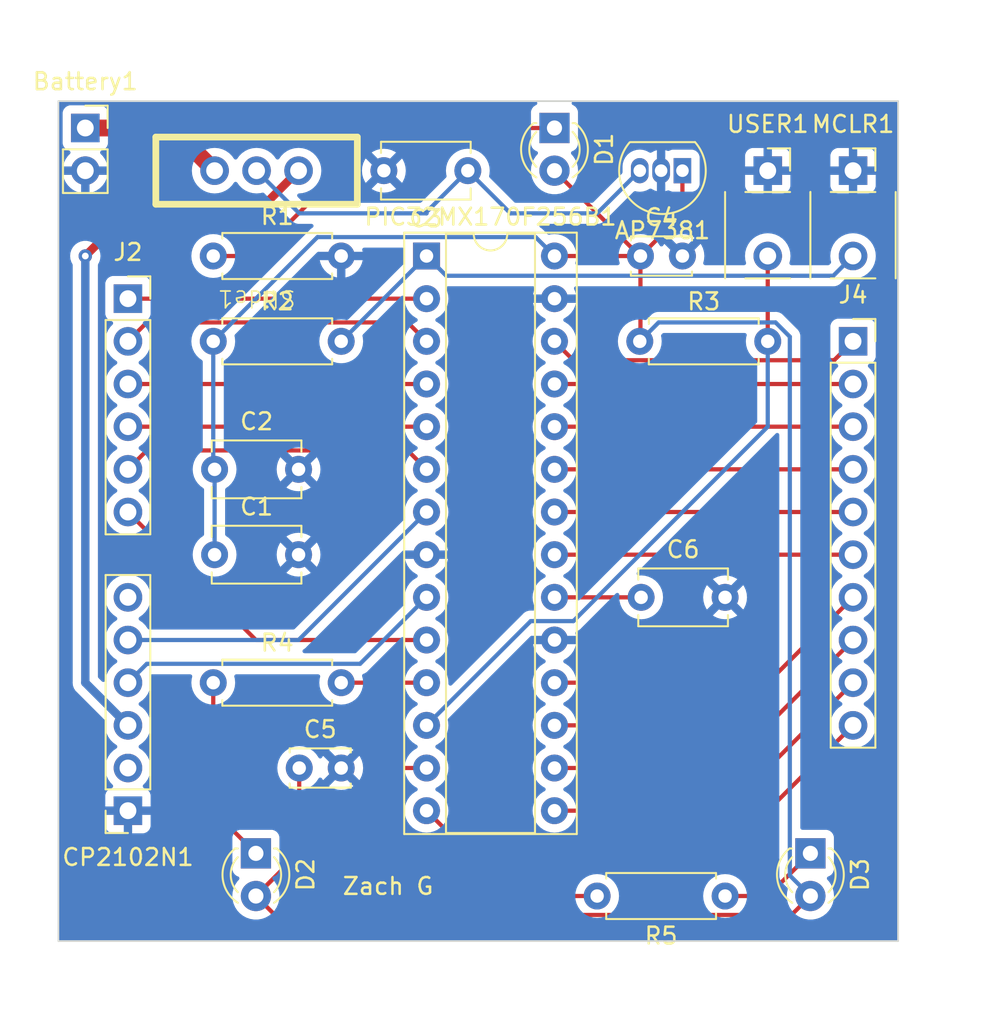
<source format=kicad_pcb>
(kicad_pcb (version 20221018) (generator pcbnew)
  (layers (0 "F.Cu" signal) (31 "B.Cu" signal) (34 "B.Paste" user) (35 "F.Paste" user) (36 "B.SilkS" user "B.Silkscreen") (37 "F.SilkS" user "F.Silkscreen") (38 "B.Mask" user) (39 "F.Mask" user) (44 "Edge.Cuts" user))
  (net 0 "")
  (net 1 "Net-(AP7381-VI)")
  (net 2 "+3.3V")
  (net 3 "GND")
  (net 4 "Net-(Battery1-Pin_1)")
  (net 5 "Net-(PIC32MX170F256B1-VCAP)")
  (net 7 "+5V")
  (net 8 "/U1RX")
  (net 9 "/U1TX")
  (net 11 "Net-(D1-K)")
  (net 12 "Net-(D2-K)")
  (net 13 "Net-(D3-K)")
  (net 14 "/A0")
  (net 15 "/A1")
  (net 16 "/B0")
  (net 17 "/B1")
  (net 18 "/B2")
  (net 19 "/A3")
  (net 20 "/B15")
  (net 21 "/B14")
  (net 22 "/B13")
  (net 23 "/B12")
  (net 24 "/B11")
  (net 25 "/B10")
  (net 26 "/B9")
  (net 27 "/B8")
  (net 28 "/B7")
  (net 29 "/B6")
  (net 30 "/MCLR")
  (net 31 "/Green")
  (net 32 "/USER")
  (net 33 "/Yellow")
  (footprint "Resistor_THT:R_Axial_DIN0207_L6.3mm_D2.5mm_P7.62mm_Horizontal" (layer "F.Cu") (at 109.22 134.62)
    (fp_text reference "R4" (at 3.81 -2.37) (layer "F.SilkS"))
    (fp_text value "330")
    (fp_line (start 0.54 -1.37) (end 7.08 -1.37) (stroke (width 0.12)) (layer "F.SilkS"))
    (fp_line (start 0.54 -1.04) (end 0.54 -1.37) (stroke (width 0.12)) (layer "F.SilkS"))
    (fp_line (start 0.54 1.04) (end 0.54 1.37) (stroke (width 0.12)) (layer "F.SilkS"))
    (fp_line (start 0.54 1.37) (end 7.08 1.37) (stroke (width 0.12)) (layer "F.SilkS"))
    (fp_line (start 7.08 -1.37) (end 7.08 -1.04) (stroke (width 0.12)) (layer "F.SilkS"))
    (fp_line (start 7.08 1.37) (end 7.08 1.04) (stroke (width 0.12)) (layer "F.SilkS"))
    (pad "1" thru_hole circle (at 0 0) (size 1.6 1.6) (drill 0.8) (layers "*.Cu" "*.Mask") (net 12 "Net-(D2-K)"))
    (pad "2" thru_hole oval (at 7.62 0) (size 1.6 1.6) (drill 0.8) (layers "*.Cu" "*.Mask") (net 31 "/Green"))
  )
  (footprint "Resistor_THT:R_Axial_DIN0207_L6.3mm_D2.5mm_P7.62mm_Horizontal" (layer "F.Cu") (at 139.7 147.32 180)
    (fp_text reference "R5" (at 3.81 -2.37) (layer "F.SilkS"))
    (fp_text value "330")
    (fp_line (start 0.54 -1.37) (end 7.08 -1.37) (stroke (width 0.12)) (layer "F.SilkS"))
    (fp_line (start 0.54 -1.04) (end 0.54 -1.37) (stroke (width 0.12)) (layer "F.SilkS"))
    (fp_line (start 0.54 1.04) (end 0.54 1.37) (stroke (width 0.12)) (layer "F.SilkS"))
    (fp_line (start 0.54 1.37) (end 7.08 1.37) (stroke (width 0.12)) (layer "F.SilkS"))
    (fp_line (start 7.08 -1.37) (end 7.08 -1.04) (stroke (width 0.12)) (layer "F.SilkS"))
    (fp_line (start 7.08 1.37) (end 7.08 1.04) (stroke (width 0.12)) (layer "F.SilkS"))
    (pad "1" thru_hole circle (at 0 0 180) (size 1.6 1.6) (drill 0.8) (layers "*.Cu" "*.Mask") (net 13 "Net-(D3-K)"))
    (pad "2" thru_hole oval (at 7.62 0 180) (size 1.6 1.6) (drill 0.8) (layers "*.Cu" "*.Mask") (net 33 "/Yellow"))
  )
  (footprint "Capacitor_THT:C_Disc_D5.1mm_W3.2mm_P5.00mm" (layer "F.Cu") (at 109.3 121.92)
    (fp_text reference "C2" (at 2.5 -2.85) (layer "F.SilkS"))
    (fp_text value "C")
    (fp_line (start -0.17 -1.721) (end -0.17 -1.055) (stroke (width 0.12)) (layer "F.SilkS"))
    (fp_line (start -0.17 -1.721) (end 5.17 -1.721) (stroke (width 0.12)) (layer "F.SilkS"))
    (fp_line (start -0.17 1.055) (end -0.17 1.721) (stroke (width 0.12)) (layer "F.SilkS"))
    (fp_line (start -0.17 1.721) (end 5.17 1.721) (stroke (width 0.12)) (layer "F.SilkS"))
    (fp_line (start 5.17 -1.721) (end 5.17 -1.055) (stroke (width 0.12)) (layer "F.SilkS"))
    (fp_line (start 5.17 1.055) (end 5.17 1.721) (stroke (width 0.12)) (layer "F.SilkS"))
    (pad "1" thru_hole circle (at 0 0) (size 1.6 1.6) (drill 0.8) (layers "*.Cu" "*.Mask") (net 2 "+3.3V"))
    (pad "2" thru_hole circle (at 5 0) (size 1.6 1.6) (drill 0.8) (layers "*.Cu" "*.Mask") (net 3 "GND"))
  )
  (footprint "Connector_PinSocket_2.54mm:PinSocket_1x10_P2.54mm_Vertical" (layer "F.Cu") (at 147.32 114.3)
    (fp_text reference "J4" (at 0 -2.77) (layer "F.SilkS"))
    (fp_text value "RIGHT")
    (fp_line (start -1.33 1.27) (end -1.33 24.19) (stroke (width 0.12)) (layer "F.SilkS"))
    (fp_line (start -1.33 1.27) (end 1.33 1.27) (stroke (width 0.12)) (layer "F.SilkS"))
    (fp_line (start -1.33 24.19) (end 1.33 24.19) (stroke (width 0.12)) (layer "F.SilkS"))
    (fp_line (start 0 -1.33) (end 1.33 -1.33) (stroke (width 0.12)) (layer "F.SilkS"))
    (fp_line (start 1.33 -1.33) (end 1.33 0) (stroke (width 0.12)) (layer "F.SilkS"))
    (fp_line (start 1.33 1.27) (end 1.33 24.19) (stroke (width 0.12)) (layer "F.SilkS"))
    (pad "1" thru_hole rect (at 0 0) (size 1.7 1.7) (drill 1) (layers "*.Cu" "*.Mask") (net 20 "/B15"))
    (pad "2" thru_hole oval (at 0 2.54) (size 1.7 1.7) (drill 1) (layers "*.Cu" "*.Mask") (net 21 "/B14"))
    (pad "3" thru_hole oval (at 0 5.08) (size 1.7 1.7) (drill 1) (layers "*.Cu" "*.Mask") (net 22 "/B13"))
    (pad "4" thru_hole oval (at 0 7.62) (size 1.7 1.7) (drill 1) (layers "*.Cu" "*.Mask") (net 23 "/B12"))
    (pad "5" thru_hole oval (at 0 10.16) (size 1.7 1.7) (drill 1) (layers "*.Cu" "*.Mask") (net 24 "/B11"))
    (pad "6" thru_hole oval (at 0 12.7) (size 1.7 1.7) (drill 1) (layers "*.Cu" "*.Mask") (net 25 "/B10"))
    (pad "7" thru_hole oval (at 0 15.24) (size 1.7 1.7) (drill 1) (layers "*.Cu" "*.Mask") (net 26 "/B9"))
    (pad "8" thru_hole oval (at 0 17.78) (size 1.7 1.7) (drill 1) (layers "*.Cu" "*.Mask") (net 27 "/B8"))
    (pad "9" thru_hole oval (at 0 20.32) (size 1.7 1.7) (drill 1) (layers "*.Cu" "*.Mask") (net 28 "/B7"))
    (pad "10" thru_hole oval (at 0 22.86) (size 1.7 1.7) (drill 1) (layers "*.Cu" "*.Mask") (net 29 "/B6"))
  )
  (footprint "HW4_PCB:pb" (layer "F.Cu") (at 147.32 104.14)
    (fp_text reference "MCLR1" (at 0 -2.77) (layer "F.SilkS"))
    (fp_text value "~")
    (fp_line (start -2.54 1.27) (end -2.54 6.41) (stroke (width 0.12)) (layer "F.SilkS"))
    (fp_line (start -1.33 1.27) (end 1.33 1.27) (stroke (width 0.12)) (layer "F.SilkS"))
    (fp_line (start -1.33 6.41) (end 1.33 6.41) (stroke (width 0.12)) (layer "F.SilkS"))
    (fp_line (start 0 -1.33) (end 1.33 -1.33) (stroke (width 0.12)) (layer "F.SilkS"))
    (fp_line (start 1.33 -1.33) (end 1.33 0) (stroke (width 0.12)) (layer "F.SilkS"))
    (fp_line (start 2.54 1.27) (end 2.54 6.41) (stroke (width 0.12)) (layer "F.SilkS"))
    (pad "1" thru_hole rect (at 0 0) (size 1.7 1.7) (drill 1) (layers "*.Cu" "*.Mask") (net 3 "GND"))
    (pad "2" thru_hole oval (at 0 5.08) (size 1.7 1.7) (drill 1) (layers "*.Cu" "*.Mask") (net 30 "/MCLR"))
  )
  (footprint "Resistor_THT:R_Axial_DIN0207_L6.3mm_D2.5mm_P7.62mm_Horizontal" (layer "F.Cu") (at 134.62 114.3)
    (fp_text reference "R3" (at 3.81 -2.37) (layer "F.SilkS"))
    (fp_text value "10k")
    (fp_line (start 0.54 -1.37) (end 7.08 -1.37) (stroke (width 0.12)) (layer "F.SilkS"))
    (fp_line (start 0.54 -1.04) (end 0.54 -1.37) (stroke (width 0.12)) (layer "F.SilkS"))
    (fp_line (start 0.54 1.04) (end 0.54 1.37) (stroke (width 0.12)) (layer "F.SilkS"))
    (fp_line (start 0.54 1.37) (end 7.08 1.37) (stroke (width 0.12)) (layer "F.SilkS"))
    (fp_line (start 7.08 -1.37) (end 7.08 -1.04) (stroke (width 0.12)) (layer "F.SilkS"))
    (fp_line (start 7.08 1.37) (end 7.08 1.04) (stroke (width 0.12)) (layer "F.SilkS"))
    (pad "1" thru_hole circle (at 0 0) (size 1.6 1.6) (drill 0.8) (layers "*.Cu" "*.Mask") (net 2 "+3.3V"))
    (pad "2" thru_hole oval (at 7.62 0) (size 1.6 1.6) (drill 0.8) (layers "*.Cu" "*.Mask") (net 32 "/USER"))
  )
  (footprint "Capacitor_THT:C_Disc_D3.4mm_W2.1mm_P2.50mm" (layer "F.Cu") (at 134.66 109.22)
    (fp_text reference "C4" (at 1.25 -2.3) (layer "F.SilkS"))
    (fp_text value "0.1uF")
    (fp_line (start -0.57 -1.17) (end -0.57 -0.925) (stroke (width 0.12)) (layer "F.SilkS"))
    (fp_line (start -0.57 -1.17) (end 3.07 -1.17) (stroke (width 0.12)) (layer "F.SilkS"))
    (fp_line (start -0.57 0.925) (end -0.57 1.17) (stroke (width 0.12)) (layer "F.SilkS"))
    (fp_line (start -0.57 1.17) (end 3.07 1.17) (stroke (width 0.12)) (layer "F.SilkS"))
    (fp_line (start 3.07 -1.17) (end 3.07 -0.925) (stroke (width 0.12)) (layer "F.SilkS"))
    (fp_line (start 3.07 0.925) (end 3.07 1.17) (stroke (width 0.12)) (layer "F.SilkS"))
    (pad "1" thru_hole circle (at 0 0) (size 1.6 1.6) (drill 0.8) (layers "*.Cu" "*.Mask") (net 2 "+3.3V"))
    (pad "2" thru_hole circle (at 2.5 0) (size 1.6 1.6) (drill 0.8) (layers "*.Cu" "*.Mask") (net 3 "GND"))
  )
  (footprint "LED_THT:LED_D3.0mm" (layer "F.Cu") (at 111.76 144.78 -90)
    (fp_text reference "D2" (at 1.27 -2.96 90) (layer "F.SilkS"))
    (fp_text value "GREEN")
    (fp_line (start -0.29 -1.236) (end -0.29 -1.08) (stroke (width 0.12)) (layer "F.SilkS"))
    (fp_line (start -0.29 1.08) (end -0.29 1.236) (stroke (width 0.12)) (layer "F.SilkS"))
    (fp_arc (start -0.29 -1.235516) (mid 1.366487 -1.987659) (end 2.942335 -1.078608) (stroke (width 0.12)) (layer "F.SilkS"))
    (fp_arc (start 0.229039 -1.08) (mid 1.270117 -1.5) (end 2.31113 -1.079837) (stroke (width 0.12)) (layer "F.SilkS"))
    (fp_arc (start 2.31113 1.079837) (mid 1.270117 1.5) (end 0.229039 1.08) (stroke (width 0.12)) (layer "F.SilkS"))
    (fp_arc (start 2.942335 1.078608) (mid 1.366487 1.987659) (end -0.29 1.235516) (stroke (width 0.12)) (layer "F.SilkS"))
    (pad "1" thru_hole rect (at 0 0 270) (size 1.8 1.8) (drill 0.9) (layers "*.Cu" "*.Mask") (net 12 "Net-(D2-K)"))
    (pad "2" thru_hole circle (at 2.54 0 270) (size 1.8 1.8) (drill 0.9) (layers "*.Cu" "*.Mask") (net 2 "+3.3V"))
  )
  (footprint "Capacitor_THT:C_Disc_D5.1mm_W3.2mm_P5.00mm" (layer "F.Cu") (at 134.7 129.54)
    (fp_text reference "C6" (at 2.5 -2.85) (layer "F.SilkS"))
    (fp_text value "1uF")
    (fp_line (start -0.17 -1.721) (end -0.17 -1.055) (stroke (width 0.12)) (layer "F.SilkS"))
    (fp_line (start -0.17 -1.721) (end 5.17 -1.721) (stroke (width 0.12)) (layer "F.SilkS"))
    (fp_line (start -0.17 1.055) (end -0.17 1.721) (stroke (width 0.12)) (layer "F.SilkS"))
    (fp_line (start -0.17 1.721) (end 5.17 1.721) (stroke (width 0.12)) (layer "F.SilkS"))
    (fp_line (start 5.17 -1.721) (end 5.17 -1.055) (stroke (width 0.12)) (layer "F.SilkS"))
    (fp_line (start 5.17 1.055) (end 5.17 1.721) (stroke (width 0.12)) (layer "F.SilkS"))
    (pad "1" thru_hole circle (at 0 0) (size 1.6 1.6) (drill 0.8) (layers "*.Cu" "*.Mask") (net 5 "Net-(PIC32MX170F256B1-VCAP)"))
    (pad "2" thru_hole circle (at 5 0) (size 1.6 1.6) (drill 0.8) (layers "*.Cu" "*.Mask") (net 3 "GND"))
  )
  (footprint "Package_DIP:DIP-28_W7.62mm_Socket" (layer "F.Cu") (at 121.92 109.22)
    (fp_text reference "PIC32MX170F256B1" (at 3.81 -2.33) (layer "F.SilkS"))
    (fp_text value "~")
    (fp_line (start -1.33 -1.39) (end -1.33 34.41) (stroke (width 0.12)) (layer "F.SilkS"))
    (fp_line (start -1.33 34.41) (end 8.95 34.41) (stroke (width 0.12)) (layer "F.SilkS"))
    (fp_line (start 1.16 -1.33) (end 1.16 34.35) (stroke (width 0.12)) (layer "F.SilkS"))
    (fp_line (start 1.16 34.35) (end 6.46 34.35) (stroke (width 0.12)) (layer "F.SilkS"))
    (fp_line (start 2.81 -1.33) (end 1.16 -1.33) (stroke (width 0.12)) (layer "F.SilkS"))
    (fp_line (start 6.46 -1.33) (end 4.81 -1.33) (stroke (width 0.12)) (layer "F.SilkS"))
    (fp_line (start 6.46 34.35) (end 6.46 -1.33) (stroke (width 0.12)) (layer "F.SilkS"))
    (fp_line (start 8.95 -1.39) (end -1.33 -1.39) (stroke (width 0.12)) (layer "F.SilkS"))
    (fp_line (start 8.95 34.41) (end 8.95 -1.39) (stroke (width 0.12)) (layer "F.SilkS"))
    (fp_arc (start 4.81 -1.33) (mid 3.81 -0.33) (end 2.81 -1.33) (stroke (width 0.12)) (layer "F.SilkS"))
    (pad "1" thru_hole rect (at 0 0) (size 1.6 1.6) (drill 0.8) (layers "*.Cu" "*.Mask") (net 30 "/MCLR"))
    (pad "2" thru_hole oval (at 0 2.54) (size 1.6 1.6) (drill 0.8) (layers "*.Cu" "*.Mask") (net 14 "/A0"))
    (pad "3" thru_hole oval (at 0 5.08) (size 1.6 1.6) (drill 0.8) (layers "*.Cu" "*.Mask") (net 15 "/A1"))
    (pad "4" thru_hole oval (at 0 7.62) (size 1.6 1.6) (drill 0.8) (layers "*.Cu" "*.Mask") (net 16 "/B0"))
    (pad "5" thru_hole oval (at 0 10.16) (size 1.6 1.6) (drill 0.8) (layers "*.Cu" "*.Mask") (net 17 "/B1"))
    (pad "6" thru_hole oval (at 0 12.7) (size 1.6 1.6) (drill 0.8) (layers "*.Cu" "*.Mask") (net 18 "/B2"))
    (pad "7" thru_hole oval (at 0 15.24) (size 1.6 1.6) (drill 0.8) (layers "*.Cu" "*.Mask") (net 9 "/U1TX"))
    (pad "8" thru_hole oval (at 0 17.78) (size 1.6 1.6) (drill 0.8) (layers "*.Cu" "*.Mask") (net 3 "GND"))
    (pad "9" thru_hole oval (at 0 20.32) (size 1.6 1.6) (drill 0.8) (layers "*.Cu" "*.Mask") (net 8 "/U1RX"))
    (pad "10" thru_hole oval (at 0 22.86) (size 1.6 1.6) (drill 0.8) (layers "*.Cu" "*.Mask") (net 19 "/A3"))
    (pad "11" thru_hole oval (at 0 25.4) (size 1.6 1.6) (drill 0.8) (layers "*.Cu" "*.Mask") (net 31 "/Green"))
    (pad "12" thru_hole oval (at 0 27.94) (size 1.6 1.6) (drill 0.8) (layers "*.Cu" "*.Mask") (net 32 "/USER"))
    (pad "13" thru_hole oval (at 0 30.48) (size 1.6 1.6) (drill 0.8) (layers "*.Cu" "*.Mask") (net 2 "+3.3V"))
    (pad "14" thru_hole oval (at 0 33.02) (size 1.6 1.6) (drill 0.8) (layers "*.Cu" "*.Mask") (net 33 "/Yellow"))
    (pad "15" thru_hole oval (at 7.62 33.02) (size 1.6 1.6) (drill 0.8) (layers "*.Cu" "*.Mask") (net 29 "/B6"))
    (pad "16" thru_hole oval (at 7.62 30.48) (size 1.6 1.6) (drill 0.8) (layers "*.Cu" "*.Mask") (net 28 "/B7"))
    (pad "17" thru_hole oval (at 7.62 27.94) (size 1.6 1.6) (drill 0.8) (layers "*.Cu" "*.Mask") (net 27 "/B8"))
    (pad "18" thru_hole oval (at 7.62 25.4) (size 1.6 1.6) (drill 0.8) (layers "*.Cu" "*.Mask") (net 26 "/B9"))
    (pad "19" thru_hole oval (at 7.62 22.86) (size 1.6 1.6) (drill 0.8) (layers "*.Cu" "*.Mask") (net 3 "GND"))
    (pad "20" thru_hole oval (at 7.62 20.32) (size 1.6 1.6) (drill 0.8) (layers "*.Cu" "*.Mask") (net 5 "Net-(PIC32MX170F256B1-VCAP)"))
    (pad "21" thru_hole oval (at 7.62 17.78) (size 1.6 1.6) (drill 0.8) (layers "*.Cu" "*.Mask") (net 25 "/B10"))
    (pad "22" thru_hole oval (at 7.62 15.24) (size 1.6 1.6) (drill 0.8) (layers "*.Cu" "*.Mask") (net 24 "/B11"))
    (pad "23" thru_hole oval (at 7.62 12.7) (size 1.6 1.6) (drill 0.8) (layers "*.Cu" "*.Mask") (net 23 "/B12"))
    (pad "24" thru_hole oval (at 7.62 10.16) (size 1.6 1.6) (drill 0.8) (layers "*.Cu" "*.Mask") (net 22 "/B13"))
    (pad "25" thru_hole oval (at 7.62 7.62) (size 1.6 1.6) (drill 0.8) (layers "*.Cu" "*.Mask") (net 21 "/B14"))
    (pad "26" thru_hole oval (at 7.62 5.08) (size 1.6 1.6) (drill 0.8) (layers "*.Cu" "*.Mask") (net 20 "/B15"))
    (pad "27" thru_hole oval (at 7.62 2.54) (size 1.6 1.6) (drill 0.8) (layers "*.Cu" "*.Mask") (net 3 "GND"))
    (pad "28" thru_hole oval (at 7.62 0) (size 1.6 1.6) (drill 0.8) (layers "*.Cu" "*.Mask") (net 2 "+3.3V"))
  )
  (footprint "Resistor_THT:R_Axial_DIN0207_L6.3mm_D2.5mm_P7.62mm_Horizontal" (layer "F.Cu") (at 109.22 109.22)
    (fp_text reference "R1" (at 3.81 -2.37) (layer "F.SilkS"))
    (fp_text value "330")
    (fp_line (start 0.54 -1.37) (end 7.08 -1.37) (stroke (width 0.12)) (layer "F.SilkS"))
    (fp_line (start 0.54 -1.04) (end 0.54 -1.37) (stroke (width 0.12)) (layer "F.SilkS"))
    (fp_line (start 0.54 1.04) (end 0.54 1.37) (stroke (width 0.12)) (layer "F.SilkS"))
    (fp_line (start 0.54 1.37) (end 7.08 1.37) (stroke (width 0.12)) (layer "F.SilkS"))
    (fp_line (start 7.08 -1.37) (end 7.08 -1.04) (stroke (width 0.12)) (layer "F.SilkS"))
    (fp_line (start 7.08 1.37) (end 7.08 1.04) (stroke (width 0.12)) (layer "F.SilkS"))
    (pad "1" thru_hole circle (at 0 0) (size 1.6 1.6) (drill 0.8) (layers "*.Cu" "*.Mask") (net 11 "Net-(D1-K)"))
    (pad "2" thru_hole oval (at 7.62 0) (size 1.6 1.6) (drill 0.8) (layers "*.Cu" "*.Mask") (net 3 "GND"))
  )
  (footprint "Connector_PinSocket_2.54mm:PinSocket_1x06_P2.54mm_Vertical" (layer "F.Cu") (at 104.14 142.24 180)
    (fp_text reference "CP2102N1" (at 0 -2.77) (layer "F.SilkS"))
    (fp_text value "~")
    (fp_line (start -1.33 1.27) (end -1.33 14.03) (stroke (width 0.12)) (layer "F.SilkS"))
    (fp_line (start -1.33 1.27) (end 1.33 1.27) (stroke (width 0.12)) (layer "F.SilkS"))
    (fp_line (start -1.33 14.03) (end 1.33 14.03) (stroke (width 0.12)) (layer "F.SilkS"))
    (fp_line (start 0 -1.33) (end 1.33 -1.33) (stroke (width 0.12)) (layer "F.SilkS"))
    (fp_line (start 1.33 -1.33) (end 1.33 0) (stroke (width 0.12)) (layer "F.SilkS"))
    (fp_line (start 1.33 1.27) (end 1.33 14.03) (stroke (width 0.12)) (layer "F.SilkS"))
    (pad "1" thru_hole rect (at 0 0 180) (size 1.7 1.7) (drill 1) (layers "*.Cu" "*.Mask") (net 3 "GND"))
    (pad "2" thru_hole oval (at 0 2.54 180) (size 1.7 1.7) (drill 1) (layers "*.Cu" "*.Mask"))
    (pad "3" thru_hole oval (at 0 5.08 180) (size 1.7 1.7) (drill 1) (layers "*.Cu" "*.Mask") (net 7 "+5V"))
    (pad "4" thru_hole oval (at 0 7.62 180) (size 1.7 1.7) (drill 1) (layers "*.Cu" "*.Mask") (net 8 "/U1RX"))
    (pad "5" thru_hole oval (at 0 10.16 180) (size 1.7 1.7) (drill 1) (layers "*.Cu" "*.Mask") (net 9 "/U1TX"))
    (pad "6" thru_hole oval (at 0 12.7 180) (size 1.7 1.7) (drill 1) (layers "*.Cu" "*.Mask"))
  )
  (footprint "Connector_PinSocket_2.54mm:PinSocket_1x06_P2.54mm_Vertical" (layer "F.Cu") (at 104.14 111.76)
    (fp_text reference "J2" (at 0 -2.77) (layer "F.SilkS"))
    (fp_text value "LEFT")
    (fp_line (start -1.33 1.27) (end -1.33 14.03) (stroke (width 0.12)) (layer "F.SilkS"))
    (fp_line (start -1.33 1.27) (end 1.33 1.27) (stroke (width 0.12)) (layer "F.SilkS"))
    (fp_line (start -1.33 14.03) (end 1.33 14.03) (stroke (width 0.12)) (layer "F.SilkS"))
    (fp_line (start 0 -1.33) (end 1.33 -1.33) (stroke (width 0.12)) (layer "F.SilkS"))
    (fp_line (start 1.33 -1.33) (end 1.33 0) (stroke (width 0.12)) (layer "F.SilkS"))
    (fp_line (start 1.33 1.27) (end 1.33 14.03) (stroke (width 0.12)) (layer "F.SilkS"))
    (pad "1" thru_hole rect (at 0 0) (size 1.7 1.7) (drill 1) (layers "*.Cu" "*.Mask") (net 14 "/A0"))
    (pad "2" thru_hole oval (at 0 2.54) (size 1.7 1.7) (drill 1) (layers "*.Cu" "*.Mask") (net 15 "/A1"))
    (pad "3" thru_hole oval (at 0 5.08) (size 1.7 1.7) (drill 1) (layers "*.Cu" "*.Mask") (net 16 "/B0"))
    (pad "4" thru_hole oval (at 0 7.62) (size 1.7 1.7) (drill 1) (layers "*.Cu" "*.Mask") (net 17 "/B1"))
    (pad "5" thru_hole oval (at 0 10.16) (size 1.7 1.7) (drill 1) (layers "*.Cu" "*.Mask") (net 18 "/B2"))
    (pad "6" thru_hole oval (at 0 12.7) (size 1.7 1.7) (drill 1) (layers "*.Cu" "*.Mask") (net 19 "/A3"))
  )
  (footprint "Resistor_THT:R_Axial_DIN0207_L6.3mm_D2.5mm_P7.62mm_Horizontal" (layer "F.Cu") (at 109.22 114.3)
    (fp_text reference "R2" (at 3.81 -2.37) (layer "F.SilkS"))
    (fp_text value "10k")
    (fp_line (start 0.54 -1.37) (end 7.08 -1.37) (stroke (width 0.12)) (layer "F.SilkS"))
    (fp_line (start 0.54 -1.04) (end 0.54 -1.37) (stroke (width 0.12)) (layer "F.SilkS"))
    (fp_line (start 0.54 1.04) (end 0.54 1.37) (stroke (width 0.12)) (layer "F.SilkS"))
    (fp_line (start 0.54 1.37) (end 7.08 1.37) (stroke (width 0.12)) (layer "F.SilkS"))
    (fp_line (start 7.08 -1.37) (end 7.08 -1.04) (stroke (width 0.12)) (layer "F.SilkS"))
    (fp_line (start 7.08 1.37) (end 7.08 1.04) (stroke (width 0.12)) (layer "F.SilkS"))
    (pad "1" thru_hole circle (at 0 0) (size 1.6 1.6) (drill 0.8) (layers "*.Cu" "*.Mask") (net 2 "+3.3V"))
    (pad "2" thru_hole oval (at 7.62 0) (size 1.6 1.6) (drill 0.8) (layers "*.Cu" "*.Mask") (net 30 "/MCLR"))
  )
  (footprint "Capacitor_THT:C_Disc_D3.4mm_W2.1mm_P2.50mm" (layer "F.Cu") (at 114.34 139.7)
    (fp_text reference "C5" (at 1.25 -2.3) (layer "F.SilkS"))
    (fp_text value "0.1uF")
    (fp_line (start -0.57 -1.17) (end -0.57 -0.925) (stroke (width 0.12)) (layer "F.SilkS"))
    (fp_line (start -0.57 -1.17) (end 3.07 -1.17) (stroke (width 0.12)) (layer "F.SilkS"))
    (fp_line (start -0.57 0.925) (end -0.57 1.17) (stroke (width 0.12)) (layer "F.SilkS"))
    (fp_line (start -0.57 1.17) (end 3.07 1.17) (stroke (width 0.12)) (layer "F.SilkS"))
    (fp_line (start 3.07 -1.17) (end 3.07 -0.925) (stroke (width 0.12)) (layer "F.SilkS"))
    (fp_line (start 3.07 0.925) (end 3.07 1.17) (stroke (width 0.12)) (layer "F.SilkS"))
    (pad "1" thru_hole circle (at 0 0) (size 1.6 1.6) (drill 0.8) (layers "*.Cu" "*.Mask") (net 2 "+3.3V"))
    (pad "2" thru_hole circle (at 2.5 0) (size 1.6 1.6) (drill 0.8) (layers "*.Cu" "*.Mask") (net 3 "GND"))
  )
  (footprint "Capacitor_THT:C_Disc_D5.1mm_W3.2mm_P5.00mm" (layer "F.Cu") (at 109.3 127)
    (fp_text reference "C1" (at 2.5 -2.85) (layer "F.SilkS"))
    (fp_text value "C")
    (fp_line (start -0.17 -1.721) (end -0.17 -1.055) (stroke (width 0.12)) (layer "F.SilkS"))
    (fp_line (start -0.17 -1.721) (end 5.17 -1.721) (stroke (width 0.12)) (layer "F.SilkS"))
    (fp_line (start -0.17 1.055) (end -0.17 1.721) (stroke (width 0.12)) (layer "F.SilkS"))
    (fp_line (start -0.17 1.721) (end 5.17 1.721) (stroke (width 0.12)) (layer "F.SilkS"))
    (fp_line (start 5.17 -1.721) (end 5.17 -1.055) (stroke (width 0.12)) (layer "F.SilkS"))
    (fp_line (start 5.17 1.055) (end 5.17 1.721) (stroke (width 0.12)) (layer "F.SilkS"))
    (pad "1" thru_hole circle (at 0 0) (size 1.6 1.6) (drill 0.8) (layers "*.Cu" "*.Mask") (net 2 "+3.3V"))
    (pad "2" thru_hole circle (at 5 0) (size 1.6 1.6) (drill 0.8) (layers "*.Cu" "*.Mask") (net 3 "GND"))
  )
  (footprint "HW4_PCB:slidesw2" (layer "F.Cu") (at 111.8 104.14 180)
    (fp_text reference "Slide1" (at 0 -7.62 180 unlocked) (layer "F.SilkS") (effects (font (thickness 0.1))))
    (fp_text value "~")
    (fp_line (start -6 -2) (end -6 2) (stroke (width 0.4)) (layer "F.SilkS"))
    (fp_line (start -6 2) (end 6 2) (stroke (width 0.4)) (layer "F.SilkS"))
    (fp_line (start 6 -2) (end -6 -2) (stroke (width 0.4)) (layer "F.SilkS"))
    (fp_line (start 6 2) (end 6 -2) (stroke (width 0.4)) (layer "F.SilkS"))
    (pad "1" thru_hole circle (at -2.5 0 180) (size 1.7 1.7) (drill 1) (layers "*.Cu" "*.Mask") (net 7 "+5V"))
    (pad "2" thru_hole circle (at 0 0 180) (size 1.7 1.7) (drill 1) (layers "*.Cu" "*.Mask") (net 1 "Net-(AP7381-VI)"))
    (pad "3" thru_hole circle (at 2.5 0 180) (size 1.7 1.7) (drill 1) (layers "*.Cu" "*.Mask") (net 4 "Net-(Battery1-Pin_1)"))
  )
  (footprint "Package_TO_SOT_THT:TO-92L_Inline" (layer "F.Cu") (at 137.16 104.14 180)
    (fp_text reference "AP7381" (at 1.19 -3.56) (layer "F.SilkS"))
    (fp_text value "~")
    (fp_line (start -0.75 1.7) (end 3.1 1.7) (stroke (width 0.12)) (layer "F.SilkS"))
    (fp_arc (start -0.75 1.7) (mid 1.183448 -2.579449) (end 3.138611 1.690122) (stroke (width 0.12)) (layer "F.SilkS"))
    (pad "1" thru_hole rect (at 0 0 180) (size 1.05 1.5) (drill 0.75) (layers "*.Cu" "*.Mask") (net 2 "+3.3V"))
    (pad "2" thru_hole oval (at 1.27 0 180) (size 1.05 1.5) (drill 0.75) (layers "*.Cu" "*.Mask") (net 3 "GND"))
    (pad "3" thru_hole oval (at 2.54 0 180) (size 1.05 1.5) (drill 0.75) (layers "*.Cu" "*.Mask") (net 1 "Net-(AP7381-VI)"))
  )
  (footprint "LED_THT:LED_D3.0mm" (layer "F.Cu") (at 129.54 101.6 -90)
    (fp_text reference "D1" (at 1.27 -2.96 90) (layer "F.SilkS"))
    (fp_text value "RED")
    (fp_line (start -0.29 -1.236) (end -0.29 -1.08) (stroke (width 0.12)) (layer "F.SilkS"))
    (fp_line (start -0.29 1.08) (end -0.29 1.236) (stroke (width 0.12)) (layer "F.SilkS"))
    (fp_arc (start -0.29 -1.235516) (mid 1.366487 -1.987659) (end 2.942335 -1.078608) (stroke (width 0.12)) (layer "F.SilkS"))
    (fp_arc (start 0.229039 -1.08) (mid 1.270117 -1.5) (end 2.31113 -1.079837) (stroke (width 0.12)) (layer "F.SilkS"))
    (fp_arc (start 2.31113 1.079837) (mid 1.270117 1.5) (end 0.229039 1.08) (stroke (width 0.12)) (layer "F.SilkS"))
    (fp_arc (start 2.942335 1.078608) (mid 1.366487 1.987659) (end -0.29 1.235516) (stroke (width 0.12)) (layer "F.SilkS"))
    (pad "1" thru_hole rect (at 0 0 270) (size 1.8 1.8) (drill 0.9) (layers "*.Cu" "*.Mask") (net 11 "Net-(D1-K)"))
    (pad "2" thru_hole circle (at 2.54 0 270) (size 1.8 1.8) (drill 0.9) (layers "*.Cu" "*.Mask") (net 2 "+3.3V"))
  )
  (footprint "HW4_PCB:pb" (layer "F.Cu") (at 142.24 104.14)
    (fp_text reference "USER1" (at 0 -2.77) (layer "F.SilkS"))
    (fp_text value "~")
    (fp_line (start -2.54 1.27) (end -2.54 6.41) (stroke (width 0.12)) (layer "F.SilkS"))
    (fp_line (start -1.33 1.27) (end 1.33 1.27) (stroke (width 0.12)) (layer "F.SilkS"))
    (fp_line (start -1.33 6.41) (end 1.33 6.41) (stroke (width 0.12)) (layer "F.SilkS"))
    (fp_line (start 0 -1.33) (end 1.33 -1.33) (stroke (width 0.12)) (layer "F.SilkS"))
    (fp_line (start 1.33 -1.33) (end 1.33 0) (stroke (width 0.12)) (layer "F.SilkS"))
    (fp_line (start 2.54 1.27) (end 2.54 6.41) (stroke (width 0.12)) (layer "F.SilkS"))
    (pad "1" thru_hole rect (at 0 0) (size 1.7 1.7) (drill 1) (layers "*.Cu" "*.Mask") (net 3 "GND"))
    (pad "2" thru_hole oval (at 0 5.08) (size 1.7 1.7) (drill 1) (layers "*.Cu" "*.Mask") (net 32 "/USER"))
  )
  (footprint "Capacitor_THT:C_Disc_D5.1mm_W3.2mm_P5.00mm" (layer "F.Cu") (at 124.38 104.14 180)
    (fp_text reference "C3" (at 2.5 -2.85) (layer "F.SilkS"))
    (fp_text value "C")
    (fp_line (start -0.17 -1.721) (end -0.17 -1.055) (stroke (width 0.12)) (layer "F.SilkS"))
    (fp_line (start -0.17 -1.721) (end 5.17 -1.721) (stroke (width 0.12)) (layer "F.SilkS"))
    (fp_line (start -0.17 1.055) (end -0.17 1.721) (stroke (width 0.12)) (layer "F.SilkS"))
    (fp_line (start -0.17 1.721) (end 5.17 1.721) (stroke (width 0.12)) (layer "F.SilkS"))
    (fp_line (start 5.17 -1.721) (end 5.17 -1.055) (stroke (width 0.12)) (layer "F.SilkS"))
    (fp_line (start 5.17 1.055) (end 5.17 1.721) (stroke (width 0.12)) (layer "F.SilkS"))
    (pad "1" thru_hole circle (at 0 0 180) (size 1.6 1.6) (drill 0.8) (layers "*.Cu" "*.Mask") (net 1 "Net-(AP7381-VI)"))
    (pad "2" thru_hole circle (at 5 0 180) (size 1.6 1.6) (drill 0.8) (layers "*.Cu" "*.Mask") (net 3 "GND"))
  )
  (footprint "Connector_PinSocket_2.54mm:PinSocket_1x02_P2.54mm_Vertical" (layer "F.Cu") (at 101.6 101.6)
    (fp_text reference "Battery1" (at 0 -2.77) (layer "F.SilkS"))
    (fp_text value "~")
    (fp_line (start -1.33 1.27) (end -1.33 3.87) (stroke (width 0.12)) (layer "F.SilkS"))
    (fp_line (start -1.33 1.27) (end 1.33 1.27) (stroke (width 0.12)) (layer "F.SilkS"))
    (fp_line (start -1.33 3.87) (end 1.33 3.87) (stroke (width 0.12)) (layer "F.SilkS"))
    (fp_line (start 0 -1.33) (end 1.33 -1.33) (stroke (width 0.12)) (layer "F.SilkS"))
    (fp_line (start 1.33 -1.33) (end 1.33 0) (stroke (width 0.12)) (layer "F.SilkS"))
    (fp_line (start 1.33 1.27) (end 1.33 3.87) (stroke (width 0.12)) (layer "F.SilkS"))
    (pad "1" thru_hole rect (at 0 0) (size 1.7 1.7) (drill 1) (layers "*.Cu" "*.Mask") (net 4 "Net-(Battery1-Pin_1)"))
    (pad "2" thru_hole oval (at 0 2.54) (size 1.7 1.7) (drill 1) (layers "*.Cu" "*.Mask") (net 3 "GND"))
  )
  (footprint "LED_THT:LED_D3.0mm" (layer "F.Cu") (at 144.78 144.78 -90)
    (fp_text reference "D3" (at 1.27 -2.96 90) (layer "F.SilkS"))
    (fp_text value "YELLOW")
    (fp_line (start -0.29 -1.236) (end -0.29 -1.08) (stroke (width 0.12)) (layer "F.SilkS"))
    (fp_line (start -0.29 1.08) (end -0.29 1.236) (stroke (width 0.12)) (layer "F.SilkS"))
    (fp_arc (start -0.29 -1.235516) (mid 1.366487 -1.987659) (end 2.942335 -1.078608) (stroke (width 0.12)) (layer "F.SilkS"))
    (fp_arc (start 0.229039 -1.08) (mid 1.270117 -1.5) (end 2.31113 -1.079837) (stroke (width 0.12)) (layer "F.SilkS"))
    (fp_arc (start 2.31113 1.079837) (mid 1.270117 1.5) (end 0.229039 1.08) (stroke (width 0.12)) (layer "F.SilkS"))
    (fp_arc (start 2.942335 1.078608) (mid 1.366487 1.987659) (end -0.29 1.235516) (stroke (width 0.12)) (layer "F.SilkS"))
    (pad "1" thru_hole rect (at 0 0 270) (size 1.8 1.8) (drill 0.9) (layers "*.Cu" "*.Mask") (net 13 "Net-(D3-K)"))
    (pad "2" thru_hole circle (at 2.54 0 270) (size 1.8 1.8) (drill 0.9) (layers "*.Cu" "*.Mask") (net 2 "+3.3V"))
  )
  (gr_line (start 100 150) (end 150 150) (stroke (width 0.1)) (layer "Edge.Cuts"))
  (gr_line (start 100 100) (end 100 150) (stroke (width 0.1)) (layer "Edge.Cuts"))
  (gr_line (start 150 100) (end 150 150) (stroke (width 0.1)) (layer "Edge.Cuts"))
  (gr_line (start 150 100) (end 100 100) (stroke (width 0.1)) (layer "Edge.Cuts"))
  (gr_text "Zach G" (at 116.84 147.32) (layer "F.SilkS") (effects (font (size 1 1)) (justify left bottom)))
  (segment (start 114.34 106.68) (end 121.92 106.68) (width 0.25) (layer "B.Cu") (net 1))
  (segment (start 121.92 106.68) (end 121.92 106.6) (width 0.25) (layer "B.Cu") (net 1))
  (segment (start 121.92 106.6) (end 124.38 104.14) (width 0.25) (layer "B.Cu") (net 1))
  (segment (start 124.38 104.14) (end 126.92 106.68) (width 0.25) (layer "B.Cu") (net 1))
  (segment (start 132.08 106.68) (end 134.62 104.14) (width 0.25) (layer "B.Cu") (net 1))
  (segment (start 111.8 104.14) (end 114.34 106.68) (width 0.25) (layer "B.Cu") (net 1))
  (segment (start 126.92 106.68) (end 132.08 106.68) (width 0.25) (layer "B.Cu") (net 1))
  (segment (start 111.76 147.32) (end 119.38 139.7) (width 0.25) (layer "F.Cu") (net 2))
  (segment (start 112.885 148.445) (end 111.76 147.32) (width 0.25) (layer "F.Cu") (net 2))
  (segment (start 114.34 144.74) (end 114.34 139.7) (width 0.25) (layer "F.Cu") (net 2))
  (segment (start 137.16 104.14) (end 137.16 106.72) (width 0.25) (layer "F.Cu") (net 2))
  (segment (start 144.78 147.32) (end 143.655 148.445) (width 0.25) (layer "F.Cu") (net 2))
  (segment (start 134.62 109.22) (end 134.66 109.22) (width 0.25) (layer "F.Cu") (net 2))
  (segment (start 114.34 144.74) (end 119.38 139.7) (width 0.25) (layer "F.Cu") (net 2))
  (segment (start 143.655 148.445) (end 112.885 148.445) (width 0.25) (layer "F.Cu") (net 2))
  (segment (start 134.66 114.26) (end 134.62 114.3) (width 0.25) (layer "F.Cu") (net 2))
  (segment (start 137.16 106.72) (end 134.66 109.22) (width 0.25) (layer "F.Cu") (net 2))
  (segment (start 134.66 109.22) (end 134.66 114.26) (width 0.25) (layer "F.Cu") (net 2))
  (segment (start 119.38 139.7) (end 121.92 139.7) (width 0.25) (layer "F.Cu") (net 2))
  (segment (start 134.66 109.22) (end 129.54 109.22) (width 0.25) (layer "F.Cu") (net 2))
  (segment (start 111.76 147.32) (end 114.34 144.74) (width 0.25) (layer "F.Cu") (net 2))
  (segment (start 129.54 104.14) (end 134.62 109.22) (width 0.25) (layer "F.Cu") (net 2))
  (segment (start 129.54 109.22) (end 128.415 108.095) (width 0.25) (layer "B.Cu") (net 2))
  (segment (start 109.3 121.92) (end 109.3 127) (width 0.25) (layer "B.Cu") (net 2))
  (segment (start 135.745 113.175) (end 134.62 114.3) (width 0.25) (layer "B.Cu") (net 2))
  (segment (start 144.78 147.32) (end 143.555 146.095) (width 0.25) (layer "B.Cu") (net 2))
  (segment (start 143.555 146.095) (end 143.555 114.024009) (width 0.25) (layer "B.Cu") (net 2))
  (segment (start 115.425 108.095) (end 109.22 114.3) (width 0.25) (layer "B.Cu") (net 2))
  (segment (start 143.555 114.024009) (end 142.705991 113.175) (width 0.25) (layer "B.Cu") (net 2))
  (segment (start 142.705991 113.175) (end 135.745 113.175) (width 0.25) (layer "B.Cu") (net 2))
  (segment (start 128.415 108.095) (end 115.425 108.095) (width 0.25) (layer "B.Cu") (net 2))
  (segment (start 109.22 121.84) (end 109.3 121.92) (width 0.25) (layer "B.Cu") (net 2))
  (segment (start 109.22 114.3) (end 109.22 121.84) (width 0.25) (layer "B.Cu") (net 2))
  (segment (start 101.6 101.6) (end 106.76 101.6) (width 1) (layer "F.Cu") (net 4))
  (segment (start 106.76 101.6) (end 109.3 104.14) (width 1) (layer "F.Cu") (net 4))
  (segment (start 129.54 129.54) (end 134.7 129.54) (width 0.25) (layer "F.Cu") (net 5))
  (segment (start 104.14 106.68) (end 111.76 106.68) (width 0.5) (layer "F.Cu") (net 7))
  (segment (start 111.76 106.68) (end 114.3 104.14) (width 0.5) (layer "F.Cu") (net 7))
  (segment (start 101.6 109.22) (end 104.14 106.68) (width 0.5) (layer "F.Cu") (net 7))
  (via (at 101.6 109.22) (size 0.8) (drill 0.4) (layers "F.Cu" "B.Cu") (net 7))
  (segment (start 104.14 137.16) (end 101.6 134.62) (width 0.5) (layer "B.Cu") (net 7))
  (segment (start 101.6 134.62) (end 101.6 109.22) (width 0.5) (layer "B.Cu") (net 7))
  (segment (start 117.965 133.495) (end 121.92 129.54) (width 0.25) (layer "B.Cu") (net 8))
  (segment (start 104.14 134.62) (end 105.265 133.495) (width 0.25) (layer "B.Cu") (net 8))
  (segment (start 105.265 133.495) (end 117.965 133.495) (width 0.25) (layer "B.Cu") (net 8))
  (segment (start 114.3 132.08) (end 104.14 132.08) (width 0.25) (layer "B.Cu") (net 9))
  (segment (start 114.3 132.08) (end 121.92 124.46) (width 0.25) (layer "B.Cu") (net 9))
  (segment (start 129.54 101.6) (end 119.38 101.6) (width 0.25) (layer "F.Cu") (net 11))
  (segment (start 119.38 101.6) (end 111.76 109.22) (width 0.25) (layer "F.Cu") (net 11))
  (segment (start 111.76 109.22) (end 109.22 109.22) (width 0.25) (layer "F.Cu") (net 11))
  (segment (start 109.22 134.62) (end 109.22 142.24) (width 0.25) (layer "F.Cu") (net 12))
  (segment (start 109.22 142.24) (end 111.76 144.78) (width 0.25) (layer "F.Cu") (net 12))
  (segment (start 139.7 147.32) (end 142.24 147.32) (width 0.25) (layer "F.Cu") (net 13))
  (segment (start 142.24 147.32) (end 144.78 144.78) (width 0.25) (layer "F.Cu") (net 13))
  (segment (start 104.14 111.76) (end 121.92 111.76) (width 0.25) (layer "F.Cu") (net 14))
  (segment (start 104.14 114.3) (end 105.265 113.175) (width 0.25) (layer "F.Cu") (net 15))
  (segment (start 105.265 113.175) (end 120.795 113.175) (width 0.25) (layer "F.Cu") (net 15))
  (segment (start 120.795 113.175) (end 121.92 114.3) (width 0.25) (layer "F.Cu") (net 15))
  (segment (start 104.14 116.84) (end 121.92 116.84) (width 0.25) (layer "F.Cu") (net 16))
  (segment (start 104.14 119.38) (end 121.92 119.38) (width 0.25) (layer "F.Cu") (net 17))
  (segment (start 105.265 120.795) (end 120.795 120.795) (width 0.25) (layer "F.Cu") (net 18))
  (segment (start 104.14 121.92) (end 105.265 120.795) (width 0.25) (layer "F.Cu") (net 18))
  (segment (start 120.795 120.795) (end 121.92 121.92) (width 0.25) (layer "F.Cu") (net 18))
  (segment (start 111.76 132.08) (end 121.92 132.08) (width 0.25) (layer "F.Cu") (net 19))
  (segment (start 104.14 124.46) (end 111.76 132.08) (width 0.25) (layer "F.Cu") (net 19))
  (segment (start 146.195 115.425) (end 147.32 114.3) (width 0.25) (layer "F.Cu") (net 20))
  (segment (start 129.54 114.3) (end 130.665 115.425) (width 0.25) (layer "F.Cu") (net 20))
  (segment (start 130.665 115.425) (end 146.195 115.425) (width 0.25) (layer "F.Cu") (net 20))
  (segment (start 129.54 116.84) (end 147.32 116.84) (width 0.25) (layer "F.Cu") (net 21))
  (segment (start 129.54 119.38) (end 147.32 119.38) (width 0.25) (layer "F.Cu") (net 22))
  (segment (start 129.54 121.92) (end 147.32 121.92) (width 0.25) (layer "F.Cu") (net 23))
  (segment (start 129.54 124.46) (end 147.32 124.46) (width 0.25) (layer "F.Cu") (net 24))
  (segment (start 147.32 127) (end 129.54 127) (width 0.25) (layer "F.Cu") (net 25))
  (segment (start 147.32 129.54) (end 142.24 134.62) (width 0.25) (layer "F.Cu") (net 26))
  (segment (start 142.24 134.62) (end 129.54 134.62) (width 0.25) (layer "F.Cu") (net 26))
  (segment (start 142.24 137.16) (end 147.32 132.08) (width 0.25) (layer "F.Cu") (net 27))
  (segment (start 129.54 137.16) (end 142.24 137.16) (width 0.25) (layer "F.Cu") (net 27))
  (segment (start 142.24 139.7) (end 147.32 134.62) (width 0.25) (layer "F.Cu") (net 28))
  (segment (start 129.54 139.7) (end 142.24 139.7) (width 0.25) (layer "F.Cu") (net 28))
  (segment (start 147.32 137.16) (end 142.24 142.24) (width 0.25) (layer "F.Cu") (net 29))
  (segment (start 142.24 142.24) (end 129.54 142.24) (width 0.25) (layer "F.Cu") (net 29))
  (segment (start 146.145 110.395) (end 123.095 110.395) (width 0.25) (layer "B.Cu") (net 30))
  (segment (start 147.32 109.22) (end 146.145 110.395) (width 0.25) (layer "B.Cu") (net 30))
  (segment (start 123.095 110.395) (end 121.92 109.22) (width 0.25) (layer "B.Cu") (net 30))
  (segment (start 116.84 114.3) (end 121.92 109.22) (width 0.25) (layer "B.Cu") (net 30))
  (segment (start 116.84 134.62) (end 121.92 134.62) (width 0.25) (layer "F.Cu") (net 31))
  (segment (start 142.24 114.3) (end 142.24 109.22) (width 0.25) (layer "F.Cu") (net 32))
  (segment (start 128.125 130.955) (end 121.92 137.16) (width 0.25) (layer "B.Cu") (net 32))
  (segment (start 130.665 130.955) (end 128.125 130.955) (width 0.25) (layer "B.Cu") (net 32))
  (segment (start 142.24 114.3) (end 142.24 119.38) (width 0.25) (layer "B.Cu") (net 32))
  (segment (start 142.24 119.38) (end 130.665 130.955) (width 0.25) (layer "B.Cu") (net 32))
  (segment (start 127 147.32) (end 121.92 142.24) (width 0.25) (layer "F.Cu") (net 33))
  (segment (start 132.08 147.32) (end 127 147.32) (width 0.25) (layer "F.Cu") (net 33))
  (zone (net 3) (net_name "GND") (layer "B.Cu") (connect_pads (clearance 0.5)) (min_thickness 0.25) (fill yes (thermal_gap 0.5) (thermal_bridge_width 0.5))
    (polygon (pts (xy 96.52 93.98) (xy 154.94 93.98) (xy 154.94 154.94) (xy 96.52 154.94)))
  )
)
</source>
